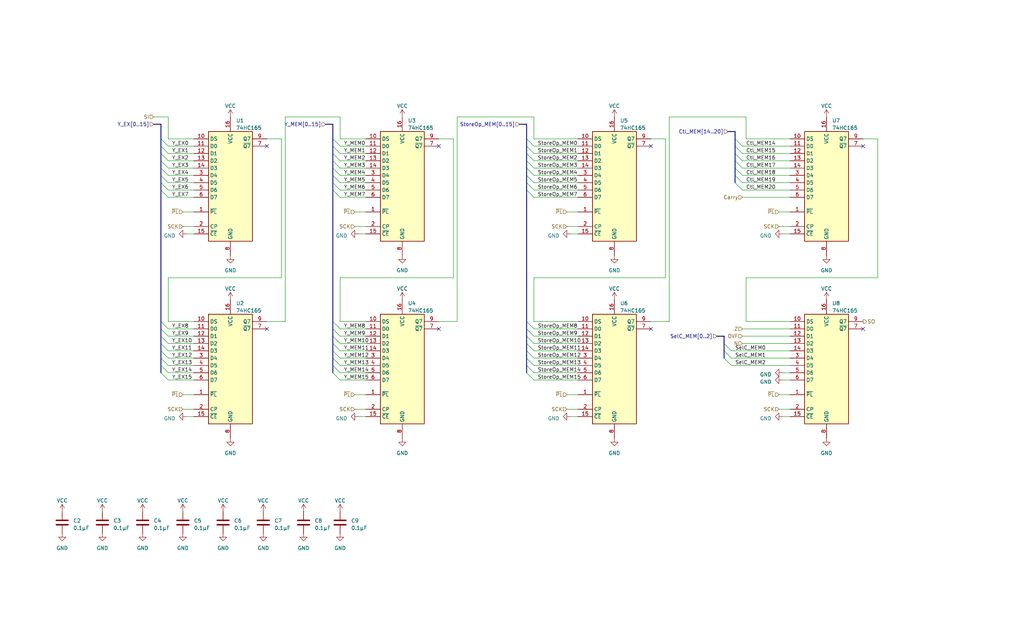
<source format=kicad_sch>
(kicad_sch (version 20250114) (generator "eeschema") (generator_version "9.0")
  (paper "USLegal")
  (title_block (date "2023-03-25") (rev "A"))
  (lib_symbols
    (symbol "74xx:74HC165"
      (property "Reference" "U" (at -7.62 19.05 0))
      (property "Value" "74HC165" (at -7.62 -21.59 0))
      (symbol "74HC165_1_0"
        (pin input line (at -12.7 15.24 0) (length 5.08) (name "DS") (number "10"))
        (pin input line (at -12.7 12.7 0) (length 5.08) (name "D0") (number "11"))
        (pin input line (at -12.7 10.16 0) (length 5.08) (name "D1") (number "12"))
        (pin input line (at -12.7 7.62 0) (length 5.08) (name "D2") (number "13"))
        (pin input line (at -12.7 5.08 0) (length 5.08) (name "D3") (number "14"))
        (pin input line (at -12.7 2.54 0) (length 5.08) (name "D4") (number "3"))
        (pin input line (at -12.7 0 0) (length 5.08) (name "D5") (number "4"))
        (pin input line (at -12.7 -2.54 0) (length 5.08) (name "D6") (number "5"))
        (pin input line (at -12.7 -5.08 0) (length 5.08) (name "D7") (number "6"))
        (pin input line (at -12.7 -10.16 0) (length 5.08) (name "~{PL}") (number "1"))
        (pin input line (at -12.7 -15.24 0) (length 5.08) (name "CP") (number "2"))
        (pin input line (at -12.7 -17.78 0) (length 5.08) (name "~{CE}") (number "15"))
        (pin power_in line (at 0 22.86 270) (length 5.08) (name "VCC") (number "16"))
        (pin power_in line (at 0 -25.4 90) (length 5.08) (name "GND") (number "8"))
        (pin output line (at 12.7 15.24 180) (length 5.08) (name "Q7") (number "9"))
        (pin output line (at 12.7 12.7 180) (length 5.08) (name "~{Q7}") (number "7"))
      )
      (symbol "74HC165_1_1"
        (rectangle (start -7.62 17.78) (end 7.62 -20.32) (stroke (width 0.254)) (fill (type background)))
      )
    )
    (symbol "Device:C" (pin_numbers (hide yes)) (pin_names (offset 0.254))
      (property "Reference" "C" (at 0.635 2.54 0))
      (property "Value" "C" (at 0.635 -2.54 0))
      (symbol "C_0_1"
        (polyline (pts (xy -2.032 0.762) (xy 2.032 0.762)) (stroke (width 0.508)))
        (polyline (pts (xy -2.032 -0.762) (xy 2.032 -0.762)) (stroke (width 0.508)))
      )
      (symbol "C_1_1"
        (pin passive line (at 0 3.81 270) (length 2.794) (name "~") (number "1"))
        (pin passive line (at 0 -3.81 90) (length 2.794) (name "~") (number "2"))
      )
    )
    (symbol "power:GND" (power) (pin_names (offset 0))
      (property "Value" "GND" (at 0 -3.81 0))
      (symbol "GND_0_1"
        (polyline (pts (xy 0 0) (xy 0 -1.27) (xy 1.27 -1.27) (xy 0 -2.54) (xy -1.27 -1.27) (xy 0 -1.27)))
      )
      (symbol "GND_1_1"
        (pin power_in line (at 0 0 270) (length 0) (hide yes) (name "GND") (number "1"))
      )
    )
    (symbol "power:VCC" (power) (pin_names (offset 0))
      (property "Value" "VCC" (at 0 3.81 0))
      (symbol "VCC_0_1"
        (polyline (pts (xy -0.762 1.27) (xy 0 2.54)))
        (polyline (pts (xy 0 2.54) (xy 0.762 1.27)))
        (polyline (pts (xy 0 0) (xy 0 2.54)))
      )
      (symbol "VCC_1_1"
        (pin power_in line (at 0 0 90) (length 0) (hide yes) (name "VCC") (number "1"))
      )
    )
  )
  (no_connect (at 299.72 114.3))
  (no_connect (at 226.06 114.3))
  (no_connect (at 152.4 50.8))
  (no_connect (at 226.06 50.8))
  (no_connect (at 299.72 50.8))
  (no_connect (at 92.71 114.3))
  (no_connect (at 92.71 50.8))
  (no_connect (at 152.4 114.3))
  (bus_entry (at 55.88 124.46) (size 2.54 2.54))
  (bus_entry (at 115.57 48.26) (size 2.54 2.54))
  (bus_entry (at 115.57 121.92) (size 2.54 2.54))
  (bus_entry (at 115.57 114.3) (size 2.54 2.54))
  (bus_entry (at 115.57 66.04) (size 2.54 2.54))
  (bus_entry (at 55.88 53.34) (size 2.54 2.54))
  (bus_entry (at 115.57 111.76) (size 2.54 2.54))
  (bus_entry (at 255.27 53.34) (size 2.54 2.54))
  (bus_entry (at 115.57 63.5) (size 2.54 2.54))
  (bus_entry (at 55.88 127) (size 2.54 2.54))
  (bus_entry (at 182.88 55.88) (size 2.54 2.54))
  (bus_entry (at 55.88 63.5) (size 2.54 2.54))
  (bus_entry (at 251.46 121.92) (size 2.54 2.54))
  (bus_entry (at 255.27 60.96) (size 2.54 2.54))
  (bus_entry (at 115.57 55.88) (size 2.54 2.54))
  (bus_entry (at 182.88 111.76) (size 2.54 2.54))
  (bus_entry (at 55.88 48.26) (size 2.54 2.54))
  (bus_entry (at 115.57 127) (size 2.54 2.54))
  (bus_entry (at 182.88 119.38) (size 2.54 2.54))
  (bus_entry (at 182.88 50.8) (size 2.54 2.54))
  (bus_entry (at 182.88 53.34) (size 2.54 2.54))
  (bus_entry (at 55.88 116.84) (size 2.54 2.54))
  (bus_entry (at 55.88 60.96) (size 2.54 2.54))
  (bus_entry (at 182.88 129.54) (size 2.54 2.54))
  (bus_entry (at 255.27 50.8) (size 2.54 2.54))
  (bus_entry (at 255.27 63.5) (size 2.54 2.54))
  (bus_entry (at 115.57 116.84) (size 2.54 2.54))
  (bus_entry (at 182.88 114.3) (size 2.54 2.54))
  (bus_entry (at 55.88 114.3) (size 2.54 2.54))
  (bus_entry (at 255.27 48.26) (size 2.54 2.54))
  (bus_entry (at 55.88 121.92) (size 2.54 2.54))
  (bus_entry (at 55.88 111.76) (size 2.54 2.54))
  (bus_entry (at 115.57 124.46) (size 2.54 2.54))
  (bus_entry (at 251.46 119.38) (size 2.54 2.54))
  (bus_entry (at 182.88 66.04) (size 2.54 2.54))
  (bus_entry (at 182.88 116.84) (size 2.54 2.54))
  (bus_entry (at 182.88 60.96) (size 2.54 2.54))
  (bus_entry (at 115.57 119.38) (size 2.54 2.54))
  (bus_entry (at 55.88 119.38) (size 2.54 2.54))
  (bus_entry (at 255.27 58.42) (size 2.54 2.54))
  (bus_entry (at 255.27 55.88) (size 2.54 2.54))
  (bus_entry (at 55.88 58.42) (size 2.54 2.54))
  (bus_entry (at 182.88 48.26) (size 2.54 2.54))
  (bus_entry (at 55.88 129.54) (size 2.54 2.54))
  (bus_entry (at 55.88 50.8) (size 2.54 2.54))
  (bus_entry (at 115.57 50.8) (size 2.54 2.54))
  (bus_entry (at 115.57 58.42) (size 2.54 2.54))
  (bus_entry (at 182.88 127) (size 2.54 2.54))
  (bus_entry (at 251.46 124.46) (size 2.54 2.54))
  (bus_entry (at 115.57 129.54) (size 2.54 2.54))
  (bus_entry (at 182.88 63.5) (size 2.54 2.54))
  (bus_entry (at 182.88 58.42) (size 2.54 2.54))
  (bus_entry (at 115.57 60.96) (size 2.54 2.54))
  (bus_entry (at 115.57 53.34) (size 2.54 2.54))
  (bus_entry (at 55.88 55.88) (size 2.54 2.54))
  (bus_entry (at 55.88 66.04) (size 2.54 2.54))
  (bus_entry (at 182.88 124.46) (size 2.54 2.54))
  (bus_entry (at 182.88 121.92) (size 2.54 2.54))
  (bus (pts (xy 55.88 48.26) (xy 55.88 50.8)))
  (bus (pts (xy 182.88 124.46) (xy 182.88 127)))
  (bus (pts (xy 182.88 48.26) (xy 182.88 50.8)))
  (wire (pts (xy 118.11 119.38) (xy 127 119.38)))
  (wire (pts (xy 118.11 55.88) (xy 127 55.88)))
  (wire (pts (xy 271.78 129.54) (xy 274.32 129.54)))
  (bus (pts (xy 55.88 50.8) (xy 55.88 53.34)))
  (bus (pts (xy 182.88 60.96) (xy 182.88 63.5)))
  (wire (pts (xy 185.42 114.3) (xy 200.66 114.3)))
  (bus (pts (xy 55.88 127) (xy 55.88 129.54)))
  (wire (pts (xy 185.42 119.38) (xy 200.66 119.38)))
  (wire (pts (xy 185.42 66.04) (xy 200.66 66.04)))
  (wire (pts (xy 118.11 132.08) (xy 127 132.08)))
  (bus (pts (xy 115.57 60.96) (xy 115.57 63.5)))
  (wire (pts (xy 64.77 144.78) (xy 67.31 144.78)))
  (bus (pts (xy 55.88 114.3) (xy 55.88 116.84)))
  (bus (pts (xy 55.88 124.46) (xy 55.88 127)))
  (wire (pts (xy 63.5 142.24) (xy 67.31 142.24)))
  (bus (pts (xy 182.88 116.84) (xy 182.88 119.38)))
  (wire (pts (xy 58.42 50.8) (xy 67.31 50.8)))
  (wire (pts (xy 118.11 96.52) (xy 118.11 111.76)))
  (wire (pts (xy 185.42 58.42) (xy 200.66 58.42)))
  (wire (pts (xy 270.51 142.24) (xy 274.32 142.24)))
  (wire (pts (xy 58.42 48.26) (xy 67.31 48.26)))
  (wire (pts (xy 259.08 111.76) (xy 274.32 111.76)))
  (wire (pts (xy 270.51 78.74) (xy 274.32 78.74)))
  (bus (pts (xy 55.88 121.92) (xy 55.88 124.46)))
  (bus (pts (xy 55.88 58.42) (xy 55.88 60.96)))
  (wire (pts (xy 58.42 132.08) (xy 67.31 132.08)))
  (bus (pts (xy 255.27 55.88) (xy 255.27 58.42)))
  (bus (pts (xy 55.88 66.04) (xy 55.88 111.76)))
  (bus (pts (xy 182.88 63.5) (xy 182.88 66.04)))
  (wire (pts (xy 63.5 137.16) (xy 67.31 137.16)))
  (bus (pts (xy 115.57 58.42) (xy 115.57 60.96)))
  (wire (pts (xy 257.81 55.88) (xy 274.32 55.88)))
  (wire (pts (xy 185.42 129.54) (xy 200.66 129.54)))
  (wire (pts (xy 198.12 144.78) (xy 200.66 144.78)))
  (wire (pts (xy 226.06 48.26) (xy 231.14 48.26)))
  (wire (pts (xy 58.42 96.52) (xy 58.42 111.76)))
  (bus (pts (xy 251.46 121.92) (xy 251.46 124.46)))
  (wire (pts (xy 231.14 96.52) (xy 185.42 96.52)))
  (bus (pts (xy 115.57 53.34) (xy 115.57 55.88)))
  (bus (pts (xy 255.27 50.8) (xy 255.27 53.34)))
  (wire (pts (xy 257.81 63.5) (xy 274.32 63.5)))
  (wire (pts (xy 196.85 142.24) (xy 200.66 142.24)))
  (bus (pts (xy 115.57 121.92) (xy 115.57 124.46)))
  (bus (pts (xy 248.92 116.84) (xy 251.46 116.84)))
  (wire (pts (xy 58.42 116.84) (xy 67.31 116.84)))
  (wire (pts (xy 157.48 96.52) (xy 118.11 96.52)))
  (wire (pts (xy 232.41 40.64) (xy 259.08 40.64)))
  (bus (pts (xy 182.88 111.76) (xy 182.88 114.3)))
  (bus (pts (xy 115.57 116.84) (xy 115.57 119.38)))
  (wire (pts (xy 58.42 40.64) (xy 58.42 48.26)))
  (bus (pts (xy 251.46 119.38) (xy 251.46 121.92)))
  (bus (pts (xy 182.88 114.3) (xy 182.88 116.84)))
  (wire (pts (xy 257.81 60.96) (xy 274.32 60.96)))
  (wire (pts (xy 127 48.26) (xy 118.11 48.26)))
  (wire (pts (xy 152.4 48.26) (xy 157.48 48.26)))
  (wire (pts (xy 185.42 53.34) (xy 200.66 53.34)))
  (wire (pts (xy 118.11 127) (xy 127 127)))
  (wire (pts (xy 196.85 78.74) (xy 200.66 78.74)))
  (wire (pts (xy 118.11 114.3) (xy 127 114.3)))
  (wire (pts (xy 185.42 127) (xy 200.66 127)))
  (wire (pts (xy 254 124.46) (xy 274.32 124.46)))
  (bus (pts (xy 251.46 116.84) (xy 251.46 119.38)))
  (wire (pts (xy 53.34 40.64) (xy 58.42 40.64)))
  (bus (pts (xy 115.57 119.38) (xy 115.57 121.92)))
  (wire (pts (xy 271.78 81.28) (xy 274.32 81.28)))
  (bus (pts (xy 55.88 43.18) (xy 55.88 48.26)))
  (bus (pts (xy 182.88 121.92) (xy 182.88 124.46)))
  (wire (pts (xy 118.11 48.26) (xy 118.11 40.64)))
  (wire (pts (xy 99.06 40.64) (xy 99.06 111.76)))
  (wire (pts (xy 259.08 96.52) (xy 259.08 111.76)))
  (wire (pts (xy 185.42 96.52) (xy 185.42 111.76)))
  (wire (pts (xy 257.81 119.38) (xy 274.32 119.38)))
  (wire (pts (xy 257.81 53.34) (xy 274.32 53.34)))
  (wire (pts (xy 58.42 60.96) (xy 67.31 60.96)))
  (wire (pts (xy 185.42 63.5) (xy 200.66 63.5)))
  (wire (pts (xy 270.51 137.16) (xy 274.32 137.16)))
  (bus (pts (xy 55.88 111.76) (xy 55.88 114.3)))
  (wire (pts (xy 118.11 63.5) (xy 127 63.5)))
  (wire (pts (xy 232.41 111.76) (xy 232.41 40.64)))
  (wire (pts (xy 257.81 66.04) (xy 274.32 66.04)))
  (wire (pts (xy 99.06 111.76) (xy 92.71 111.76)))
  (wire (pts (xy 63.5 78.74) (xy 67.31 78.74)))
  (bus (pts (xy 182.88 50.8) (xy 182.88 53.34)))
  (bus (pts (xy 115.57 127) (xy 115.57 129.54)))
  (bus (pts (xy 252.73 45.72) (xy 255.27 45.72)))
  (wire (pts (xy 196.85 73.66) (xy 200.66 73.66)))
  (wire (pts (xy 58.42 53.34) (xy 67.31 53.34)))
  (wire (pts (xy 185.42 111.76) (xy 200.66 111.76)))
  (wire (pts (xy 271.78 144.78) (xy 274.32 144.78)))
  (wire (pts (xy 58.42 124.46) (xy 67.31 124.46)))
  (wire (pts (xy 185.42 121.92) (xy 200.66 121.92)))
  (wire (pts (xy 123.19 73.66) (xy 127 73.66)))
  (bus (pts (xy 55.88 63.5) (xy 55.88 66.04)))
  (wire (pts (xy 64.77 81.28) (xy 67.31 81.28)))
  (bus (pts (xy 255.27 60.96) (xy 255.27 63.5)))
  (wire (pts (xy 58.42 114.3) (xy 67.31 114.3)))
  (bus (pts (xy 255.27 48.26) (xy 255.27 50.8)))
  (wire (pts (xy 185.42 132.08) (xy 200.66 132.08)))
  (wire (pts (xy 118.11 60.96) (xy 127 60.96)))
  (wire (pts (xy 185.42 55.88) (xy 200.66 55.88)))
  (wire (pts (xy 118.11 53.34) (xy 127 53.34)))
  (bus (pts (xy 255.27 45.72) (xy 255.27 48.26)))
  (wire (pts (xy 226.06 111.76) (xy 232.41 111.76)))
  (wire (pts (xy 58.42 129.54) (xy 67.31 129.54)))
  (wire (pts (xy 185.42 50.8) (xy 200.66 50.8)))
  (wire (pts (xy 92.71 48.26) (xy 97.79 48.26)))
  (wire (pts (xy 257.81 114.3) (xy 274.32 114.3)))
  (wire (pts (xy 118.11 124.46) (xy 127 124.46)))
  (wire (pts (xy 271.78 132.08) (xy 274.32 132.08)))
  (wire (pts (xy 97.79 96.52) (xy 58.42 96.52)))
  (wire (pts (xy 118.11 66.04) (xy 127 66.04)))
  (wire (pts (xy 304.8 48.26) (xy 304.8 96.52)))
  (wire (pts (xy 185.42 116.84) (xy 200.66 116.84)))
  (bus (pts (xy 115.57 111.76) (xy 115.57 114.3)))
  (bus (pts (xy 182.88 66.04) (xy 182.88 111.76)))
  (wire (pts (xy 254 127) (xy 274.32 127)))
  (wire (pts (xy 152.4 111.76) (xy 158.75 111.76)))
  (bus (pts (xy 115.57 114.3) (xy 115.57 116.84)))
  (bus (pts (xy 255.27 53.34) (xy 255.27 55.88)))
  (bus (pts (xy 115.57 55.88) (xy 115.57 58.42)))
  (bus (pts (xy 182.88 43.18) (xy 182.88 48.26)))
  (wire (pts (xy 58.42 66.04) (xy 67.31 66.04)))
  (bus (pts (xy 55.88 119.38) (xy 55.88 121.92)))
  (wire (pts (xy 123.19 78.74) (xy 127 78.74)))
  (bus (pts (xy 55.88 116.84) (xy 55.88 119.38)))
  (wire (pts (xy 118.11 129.54) (xy 127 129.54)))
  (bus (pts (xy 182.88 127) (xy 182.88 129.54)))
  (wire (pts (xy 118.11 40.64) (xy 99.06 40.64)))
  (bus (pts (xy 53.34 43.18) (xy 55.88 43.18)))
  (wire (pts (xy 118.11 50.8) (xy 127 50.8)))
  (wire (pts (xy 58.42 121.92) (xy 67.31 121.92)))
  (wire (pts (xy 259.08 40.64) (xy 259.08 48.26)))
  (bus (pts (xy 113.03 43.18) (xy 115.57 43.18)))
  (wire (pts (xy 58.42 55.88) (xy 67.31 55.88)))
  (wire (pts (xy 58.42 68.58) (xy 67.31 68.58)))
  (bus (pts (xy 115.57 124.46) (xy 115.57 127)))
  (wire (pts (xy 259.08 48.26) (xy 274.32 48.26)))
  (wire (pts (xy 63.5 73.66) (xy 67.31 73.66)))
  (bus (pts (xy 180.34 43.18) (xy 182.88 43.18)))
  (wire (pts (xy 257.81 50.8) (xy 274.32 50.8)))
  (wire (pts (xy 58.42 63.5) (xy 67.31 63.5)))
  (wire (pts (xy 58.42 127) (xy 67.31 127)))
  (wire (pts (xy 157.48 48.26) (xy 157.48 96.52)))
  (wire (pts (xy 158.75 40.64) (xy 185.42 40.64)))
  (wire (pts (xy 118.11 68.58) (xy 127 68.58)))
  (wire (pts (xy 158.75 111.76) (xy 158.75 40.64)))
  (bus (pts (xy 55.88 53.34) (xy 55.88 55.88)))
  (wire (pts (xy 58.42 119.38) (xy 67.31 119.38)))
  (wire (pts (xy 257.81 68.58) (xy 274.32 68.58)))
  (wire (pts (xy 185.42 124.46) (xy 200.66 124.46)))
  (wire (pts (xy 257.81 58.42) (xy 274.32 58.42)))
  (wire (pts (xy 97.79 48.26) (xy 97.79 96.52)))
  (wire (pts (xy 231.14 48.26) (xy 231.14 96.52)))
  (bus (pts (xy 182.88 53.34) (xy 182.88 55.88)))
  (bus (pts (xy 182.88 55.88) (xy 182.88 58.42)))
  (wire (pts (xy 124.46 81.28) (xy 127 81.28)))
  (bus (pts (xy 115.57 48.26) (xy 115.57 50.8)))
  (wire (pts (xy 118.11 116.84) (xy 127 116.84)))
  (wire (pts (xy 185.42 40.64) (xy 185.42 48.26)))
  (bus (pts (xy 115.57 50.8) (xy 115.57 53.34)))
  (wire (pts (xy 198.12 81.28) (xy 200.66 81.28)))
  (wire (pts (xy 124.46 144.78) (xy 127 144.78)))
  (bus (pts (xy 115.57 66.04) (xy 115.57 111.76)))
  (wire (pts (xy 123.19 137.16) (xy 127 137.16)))
  (wire (pts (xy 58.42 111.76) (xy 67.31 111.76)))
  (bus (pts (xy 182.88 58.42) (xy 182.88 60.96)))
  (wire (pts (xy 185.42 68.58) (xy 200.66 68.58)))
  (wire (pts (xy 196.85 137.16) (xy 200.66 137.16)))
  (wire (pts (xy 118.11 111.76) (xy 127 111.76)))
  (wire (pts (xy 118.11 121.92) (xy 127 121.92)))
  (wire (pts (xy 58.42 58.42) (xy 67.31 58.42)))
  (wire (pts (xy 257.81 116.84) (xy 274.32 116.84)))
  (bus (pts (xy 115.57 43.18) (xy 115.57 48.26)))
  (wire (pts (xy 299.72 48.26) (xy 304.8 48.26)))
  (bus (pts (xy 115.57 63.5) (xy 115.57 66.04)))
  (bus (pts (xy 55.88 55.88) (xy 55.88 58.42)))
  (wire (pts (xy 185.42 60.96) (xy 200.66 60.96)))
  (wire (pts (xy 185.42 48.26) (xy 200.66 48.26)))
  (bus (pts (xy 55.88 60.96) (xy 55.88 63.5)))
  (wire (pts (xy 270.51 73.66) (xy 274.32 73.66)))
  (wire (pts (xy 118.11 58.42) (xy 127 58.42)))
  (bus (pts (xy 182.88 119.38) (xy 182.88 121.92)))
  (bus (pts (xy 255.27 58.42) (xy 255.27 60.96)))
  (wire (pts (xy 304.8 96.52) (xy 259.08 96.52)))
  (wire (pts (xy 123.19 142.24) (xy 127 142.24)))
  (wire (pts (xy 254 121.92) (xy 274.32 121.92)))
  (label "SelC_MEM2" (at 255.27 127 0))
  (label "StoreOp_MEM7" (at 186.69 68.58 0))
  (label "Y_MEM10" (at 119.38 119.38 0))
  (label "Y_MEM15" (at 119.38 132.08 0))
  (label "StoreOp_MEM5" (at 186.69 63.5 0))
  (label "StoreOp_MEM4" (at 186.69 60.96 0))
  (label "Ctl_MEM15" (at 259.08 53.34 0))
  (label "Ctl_MEM20" (at 259.08 66.04 0))
  (label "Y_EX3" (at 59.69 58.42 0))
  (label "StoreOp_MEM3" (at 186.69 58.42 0))
  (label "Y_MEM9" (at 119.38 116.84 0))
  (label "StoreOp_MEM0" (at 186.69 50.8 0))
  (label "Y_EX0" (at 59.69 50.8 0))
  (label "Y_MEM4" (at 119.38 60.96 0))
  (label "StoreOp_MEM12" (at 186.69 124.46 0))
  (label "StoreOp_MEM15" (at 186.69 132.08 0))
  (label "Ctl_MEM19" (at 259.08 63.5 0))
  (label "SelC_MEM1" (at 255.27 124.46 0))
  (label "Y_EX1" (at 59.69 53.34 0))
  (label "StoreOp_MEM11" (at 186.69 121.92 0))
  (label "Y_MEM14" (at 119.38 129.54 0))
  (label "Y_MEM7" (at 119.38 68.58 0))
  (label "Ctl_MEM16" (at 259.08 55.88 0))
  (label "Y_EX6" (at 59.69 66.04 0))
  (label "Y_MEM12" (at 119.38 124.46 0))
  (label "Y_MEM2" (at 119.38 55.88 0))
  (label "Y_EX8" (at 59.69 114.3 0))
  (label "Y_EX10" (at 59.69 119.38 0))
  (label "Y_MEM0" (at 119.38 50.8 0))
  (label "Y_MEM6" (at 119.38 66.04 0))
  (label "Y_MEM11" (at 119.38 121.92 0))
  (label "StoreOp_MEM8" (at 186.69 114.3 0))
  (label "Ctl_MEM14" (at 259.08 50.8 0))
  (label "Y_MEM5" (at 119.38 63.5 0))
  (label "Y_EX14" (at 59.69 129.54 0))
  (label "Y_EX13" (at 59.69 127 0))
  (label "StoreOp_MEM9" (at 186.69 116.84 0))
  (label "Y_MEM3" (at 119.38 58.42 0))
  (label "Y_MEM1" (at 119.38 53.34 0))
  (label "Y_EX2" (at 59.69 55.88 0))
  (label "Y_EX5" (at 59.69 63.5 0))
  (label "Y_MEM8" (at 119.38 114.3 0))
  (label "Y_EX4" (at 59.69 60.96 0))
  (label "Ctl_MEM18" (at 259.08 60.96 0))
  (label "Y_EX12" (at 59.69 124.46 0))
  (label "Y_EX7" (at 59.69 68.58 0))
  (label "Y_MEM13" (at 119.38 127 0))
  (label "Y_EX9" (at 59.69 116.84 0))
  (label "StoreOp_MEM1" (at 186.69 53.34 0))
  (label "StoreOp_MEM2" (at 186.69 55.88 0))
  (label "Y_EX11" (at 59.69 121.92 0))
  (label "StoreOp_MEM14" (at 186.69 129.54 0))
  (label "StoreOp_MEM6" (at 186.69 66.04 0))
  (label "SelC_MEM0" (at 255.27 121.92 0))
  (label "Y_EX15" (at 59.69 132.08 0))
  (label "StoreOp_MEM10" (at 186.69 119.38 0))
  (label "StoreOp_MEM13" (at 186.69 127 0))
  (label "Ctl_MEM17" (at 259.08 58.42 0))
  (hierarchical_label "SCK" (shape input) (at 196.85 78.74 180))
  (hierarchical_label "Z" (shape input) (at 257.81 114.3 180))
  (hierarchical_label "Ctl_MEM[14..20]" (shape input) (at 252.73 45.72 180))
  (hierarchical_label "SCK" (shape input) (at 123.19 142.24 180))
  (hierarchical_label "~{PL}" (shape input) (at 196.85 137.16 180))
  (hierarchical_label "~{PL}" (shape input) (at 123.19 73.66 180))
  (hierarchical_label "Y_MEM[0..15]" (shape input) (at 113.03 43.18 180))
  (hierarchical_label "SelC_MEM[0..2]" (shape input) (at 248.92 116.84 180))
  (hierarchical_label "~{PL}" (shape input) (at 63.5 137.16 180))
  (hierarchical_label "~{PL}" (shape input) (at 270.51 137.16 180))
  (hierarchical_label "SCK" (shape input) (at 123.19 78.74 180))
  (hierarchical_label "~{PL}" (shape input) (at 270.51 73.66 180))
  (hierarchical_label "SCK" (shape input) (at 270.51 78.74 180))
  (hierarchical_label "~{PL}" (shape input) (at 123.19 137.16 180))
  (hierarchical_label "SCK" (shape input) (at 270.51 142.24 180))
  (hierarchical_label "~{PL}" (shape input) (at 63.5 73.66 180))
  (hierarchical_label "SCK" (shape input) (at 63.5 78.74 180))
  (hierarchical_label "Y_EX[0..15]" (shape input) (at 53.34 43.18 180))
  (hierarchical_label "~{PL}" (shape input) (at 196.85 73.66 180))
  (hierarchical_label "OVF" (shape input) (at 257.81 116.84 180))
  (hierarchical_label "SCK" (shape input) (at 63.5 142.24 180))
  (hierarchical_label "N" (shape input) (at 257.81 119.38 180))
  (hierarchical_label "StoreOp_MEM[0..15]" (shape input) (at 180.34 43.18 180))
  (hierarchical_label "Carry" (shape input) (at 257.81 68.58 180))
  (hierarchical_label "SCK" (shape input) (at 196.85 142.24 180))
  (hierarchical_label "SO" (shape output) (at 299.72 111.76 0))
  (hierarchical_label "SI" (shape input) (at 53.34 40.64 180))
  (symbol (lib_id "power:VCC") (at 287.02 104.14 0) (unit 1)
    (property "Reference" "#PWR051" (effects (hide yes)))
    (property "Value" "VCC" (at 287.02 100.33 0))
  )
  (symbol (lib_id "power:GND") (at 35.56 185.42 0) (unit 1)
    (property "Reference" "#PWR014" (effects (hide yes)))
    (property "Value" "GND" (at 35.56 190.5 0))
  )
  (symbol (lib_id "power:VCC") (at 80.01 104.14 0) (unit 1)
    (property "Reference" "#PWR025" (effects (hide yes)))
    (property "Value" "VCC" (at 80.01 100.33 0))
  )
  (symbol (lib_id "power:VCC") (at 91.44 177.8 0) (unit 1)
    (property "Reference" "#PWR027" (effects (hide yes)))
    (property "Value" "VCC" (at 91.44 173.99 0))
  )
  (symbol (lib_id "74xx:74HC165") (at 213.36 127 0) (unit 1)
    (property "Reference" "U6" (at 215.3159 105.41 0) (effects (justify left)))
    (property "Value" "74HC165" (at 215.3159 107.95 0) (effects (justify left)))
    (property "Footprint" "Package_SO:TSSOP-16_4.4x5mm_P0.65mm" (effects (hide yes)))
    (property "Datasheet" "https://assets.nexperia.com/documents/data-sheet/74HC_HCT165.pdf" (effects (hide yes)))
  )
  (symbol (lib_id "power:GND") (at 21.59 185.42 0) (unit 1)
    (property "Reference" "#PWR012" (effects (hide yes)))
    (property "Value" "GND" (at 21.59 190.5 0))
  )
  (symbol (lib_id "power:GND") (at 198.12 144.78 270) (unit 1)
    (property "Reference" "#PWR040" (effects (hide yes)))
    (property "Value" "GND" (at 194.31 145.415 90) (effects (justify right)))
  )
  (symbol (lib_id "power:VCC") (at 118.11 177.8 0) (unit 1)
    (property "Reference" "#PWR031" (effects (hide yes)))
    (property "Value" "VCC" (at 118.11 173.99 0))
  )
  (symbol (lib_id "power:VCC") (at 213.36 40.64 0) (unit 1)
    (property "Reference" "#PWR041" (effects (hide yes)))
    (property "Value" "VCC" (at 213.36 36.83 0))
  )
  (symbol (lib_id "power:GND") (at 64.77 144.78 270) (unit 1)
    (property "Reference" "#PWR020" (effects (hide yes)))
    (property "Value" "GND" (at 60.96 145.415 90) (effects (justify right)))
  )
  (symbol (lib_id "74xx:74HC165") (at 287.02 63.5 0) (unit 1)
    (property "Reference" "U7" (at 288.9759 41.91 0) (effects (justify left)))
    (property "Value" "74HC165" (at 288.9759 44.45 0) (effects (justify left)))
    (property "Footprint" "Package_SO:TSSOP-16_4.4x5mm_P0.65mm" (effects (hide yes)))
    (property "Datasheet" "https://assets.nexperia.com/documents/data-sheet/74HC_HCT165.pdf" (effects (hide yes)))
  )
  (symbol (lib_id "power:VCC") (at 21.59 177.8 0) (unit 1)
    (property "Reference" "#PWR011" (effects (hide yes)))
    (property "Value" "VCC" (at 21.59 173.99 0))
  )
  (symbol (lib_id "Device:C") (at 63.5 181.61 0) (unit 1)
    (property "Reference" "C5" (at 67.31 180.975 0) (effects (justify left)))
    (property "Value" "0.1µF" (at 67.31 183.515 0) (effects (justify left)))
    (property "Footprint" "Capacitor_SMD:C_0603_1608Metric" (effects (hide yes)))
    (property "Mouser" "https://www.mouser.com/ProductDetail/963-EMK107B7104KAHT" (effects (hide yes)))
  )
  (symbol (lib_id "Device:C") (at 77.47 181.61 0) (unit 1)
    (property "Reference" "C6" (at 81.28 180.975 0) (effects (justify left)))
    (property "Value" "0.1µF" (at 81.28 183.515 0) (effects (justify left)))
    (property "Footprint" "Capacitor_SMD:C_0603_1608Metric" (effects (hide yes)))
    (property "Mouser" "https://www.mouser.com/ProductDetail/963-EMK107B7104KAHT" (effects (hide yes)))
  )
  (symbol (lib_id "power:GND") (at 64.77 81.28 270) (unit 1)
    (property "Reference" "#PWR019" (effects (hide yes)))
    (property "Value" "GND" (at 60.96 81.915 90) (effects (justify right)))
  )
  (symbol (lib_id "power:VCC") (at 139.7 40.64 0) (unit 1)
    (property "Reference" "#PWR035" (effects (hide yes)))
    (property "Value" "VCC" (at 139.7 36.83 0))
  )
  (symbol (lib_id "Device:C") (at 35.56 181.61 0) (unit 1)
    (property "Reference" "C3" (at 39.37 180.975 0) (effects (justify left)))
    (property "Value" "0.1µF" (at 39.37 183.515 0) (effects (justify left)))
    (property "Footprint" "Capacitor_SMD:C_0603_1608Metric" (effects (hide yes)))
    (property "Mouser" "https://www.mouser.com/ProductDetail/963-EMK107B7104KAHT" (effects (hide yes)))
  )
  (symbol (lib_id "power:GND") (at 271.78 81.28 270) (unit 1)
    (property "Reference" "#PWR045" (effects (hide yes)))
    (property "Value" "GND" (at 267.97 81.915 90) (effects (justify right)))
  )
  (symbol (lib_id "74xx:74HC165") (at 287.02 127 0) (unit 1)
    (property "Reference" "U8" (at 288.9759 105.41 0) (effects (justify left)))
    (property "Value" "74HC165" (at 288.9759 107.95 0) (effects (justify left)))
    (property "Footprint" "Package_SO:TSSOP-16_4.4x5mm_P0.65mm" (effects (hide yes)))
    (property "Datasheet" "https://assets.nexperia.com/documents/data-sheet/74HC_HCT165.pdf" (effects (hide yes)))
  )
  (symbol (lib_id "power:VCC") (at 287.02 40.64 0) (unit 1)
    (property "Reference" "#PWR049" (effects (hide yes)))
    (property "Value" "VCC" (at 287.02 36.83 0))
  )
  (symbol (lib_id "power:GND") (at 139.7 88.9 0) (unit 1)
    (property "Reference" "#PWR036" (effects (hide yes)))
    (property "Value" "GND" (at 139.7 93.98 0))
  )
  (symbol (lib_id "power:GND") (at 91.44 185.42 0) (unit 1)
    (property "Reference" "#PWR028" (effects (hide yes)))
    (property "Value" "GND" (at 91.44 190.5 0))
  )
  (symbol (lib_id "power:GND") (at 271.78 129.54 270) (unit 1)
    (property "Reference" "#PWR046" (effects (hide yes)))
    (property "Value" "GND" (at 267.97 130.175 90) (effects (justify right)))
  )
  (symbol (lib_id "power:GND") (at 213.36 152.4 0) (unit 1)
    (property "Reference" "#PWR044" (effects (hide yes)))
    (property "Value" "GND" (at 213.36 157.48 0))
  )
  (symbol (lib_id "power:GND") (at 49.53 185.42 0) (unit 1)
    (property "Reference" "#PWR016" (effects (hide yes)))
    (property "Value" "GND" (at 49.53 190.5 0))
  )
  (symbol (lib_id "Device:C") (at 91.44 181.61 0) (unit 1)
    (property "Reference" "C7" (at 95.25 180.975 0) (effects (justify left)))
    (property "Value" "0.1µF" (at 95.25 183.515 0) (effects (justify left)))
    (property "Footprint" "Capacitor_SMD:C_0603_1608Metric" (effects (hide yes)))
    (property "Mouser" "https://www.mouser.com/ProductDetail/963-EMK107B7104KAHT" (effects (hide yes)))
  )
  (symbol (lib_id "power:GND") (at 287.02 152.4 0) (unit 1)
    (property "Reference" "#PWR052" (effects (hide yes)))
    (property "Value" "GND" (at 287.02 157.48 0))
  )
  (symbol (lib_id "power:GND") (at 118.11 185.42 0) (unit 1)
    (property "Reference" "#PWR032" (effects (hide yes)))
    (property "Value" "GND" (at 118.11 190.5 0))
  )
  (symbol (lib_id "power:GND") (at 139.7 152.4 0) (unit 1)
    (property "Reference" "#PWR038" (effects (hide yes)))
    (property "Value" "GND" (at 139.7 157.48 0))
  )
  (symbol (lib_id "power:VCC") (at 49.53 177.8 0) (unit 1)
    (property "Reference" "#PWR015" (effects (hide yes)))
    (property "Value" "VCC" (at 49.53 173.99 0))
  )
  (symbol (lib_id "power:GND") (at 80.01 152.4 0) (unit 1)
    (property "Reference" "#PWR026" (effects (hide yes)))
    (property "Value" "GND" (at 80.01 157.48 0))
  )
  (symbol (lib_id "power:GND") (at 213.36 88.9 0) (unit 1)
    (property "Reference" "#PWR042" (effects (hide yes)))
    (property "Value" "GND" (at 213.36 93.98 0))
  )
  (symbol (lib_id "power:VCC") (at 77.47 177.8 0) (unit 1)
    (property "Reference" "#PWR021" (effects (hide yes)))
    (property "Value" "VCC" (at 77.47 173.99 0))
  )
  (symbol (lib_id "power:VCC") (at 213.36 104.14 0) (unit 1)
    (property "Reference" "#PWR043" (effects (hide yes)))
    (property "Value" "VCC" (at 213.36 100.33 0))
  )
  (symbol (lib_id "74xx:74HC165") (at 213.36 63.5 0) (unit 1)
    (property "Reference" "U5" (at 215.3159 41.91 0) (effects (justify left)))
    (property "Value" "74HC165" (at 215.3159 44.45 0) (effects (justify left)))
    (property "Footprint" "Package_SO:TSSOP-16_4.4x5mm_P0.65mm" (effects (hide yes)))
    (property "Datasheet" "https://assets.nexperia.com/documents/data-sheet/74HC_HCT165.pdf" (effects (hide yes)))
  )
  (symbol (lib_id "power:GND") (at 124.46 81.28 270) (unit 1)
    (property "Reference" "#PWR033" (effects (hide yes)))
    (property "Value" "GND" (at 120.65 81.915 90) (effects (justify right)))
  )
  (symbol (lib_id "74xx:74HC165") (at 139.7 127 0) (unit 1)
    (property "Reference" "U4" (at 141.6559 105.41 0) (effects (justify left)))
    (property "Value" "74HC165" (at 141.6559 107.95 0) (effects (justify left)))
    (property "Footprint" "Package_SO:TSSOP-16_4.4x5mm_P0.65mm" (effects (hide yes)))
    (property "Datasheet" "https://assets.nexperia.com/documents/data-sheet/74HC_HCT165.pdf" (effects (hide yes)))
  )
  (symbol (lib_id "74xx:74HC165") (at 139.7 63.5 0) (unit 1)
    (property "Reference" "U3" (at 141.6559 41.91 0) (effects (justify left)))
    (property "Value" "74HC165" (at 141.6559 44.45 0) (effects (justify left)))
    (property "Footprint" "Package_SO:TSSOP-16_4.4x5mm_P0.65mm" (effects (hide yes)))
    (property "Datasheet" "https://assets.nexperia.com/documents/data-sheet/74HC_HCT165.pdf" (effects (hide yes)))
  )
  (symbol (lib_id "74xx:74HC165") (at 80.01 63.5 0) (unit 1)
    (property "Reference" "U1" (at 81.9659 41.91 0) (effects (justify left)))
    (property "Value" "74HC165" (at 81.9659 44.45 0) (effects (justify left)))
    (property "Footprint" "Package_SO:TSSOP-16_4.4x5mm_P0.65mm" (effects (hide yes)))
    (property "Datasheet" "https://assets.nexperia.com/documents/data-sheet/74HC_HCT165.pdf" (effects (hide yes)))
  )
  (symbol (lib_id "power:GND") (at 77.47 185.42 0) (unit 1)
    (property "Reference" "#PWR022" (effects (hide yes)))
    (property "Value" "GND" (at 77.47 190.5 0))
  )
  (symbol (lib_id "power:VCC") (at 105.41 177.8 0) (unit 1)
    (property "Reference" "#PWR029" (effects (hide yes)))
    (property "Value" "VCC" (at 105.41 173.99 0))
  )
  (symbol (lib_id "power:GND") (at 287.02 88.9 0) (unit 1)
    (property "Reference" "#PWR050" (effects (hide yes)))
    (property "Value" "GND" (at 287.02 93.98 0))
  )
  (symbol (lib_id "power:GND") (at 63.5 185.42 0) (unit 1)
    (property "Reference" "#PWR018" (effects (hide yes)))
    (property "Value" "GND" (at 63.5 190.5 0))
  )
  (symbol (lib_id "Device:C") (at 49.53 181.61 0) (unit 1)
    (property "Reference" "C4" (at 53.34 180.975 0) (effects (justify left)))
    (property "Value" "0.1µF" (at 53.34 183.515 0) (effects (justify left)))
    (property "Footprint" "Capacitor_SMD:C_0603_1608Metric" (effects (hide yes)))
    (property "Mouser" "https://www.mouser.com/ProductDetail/963-EMK107B7104KAHT" (effects (hide yes)))
  )
  (symbol (lib_id "power:GND") (at 124.46 144.78 270) (unit 1)
    (property "Reference" "#PWR034" (effects (hide yes)))
    (property "Value" "GND" (at 120.65 145.415 90) (effects (justify right)))
  )
  (symbol (lib_id "Device:C") (at 21.59 181.61 0) (unit 1)
    (property "Reference" "C2" (at 25.4 180.975 0) (effects (justify left)))
    (property "Value" "0.1µF" (at 25.4 183.515 0) (effects (justify left)))
    (property "Footprint" "Capacitor_SMD:C_0603_1608Metric" (effects (hide yes)))
    (property "Mouser" "https://www.mouser.com/ProductDetail/963-EMK107B7104KAHT" (effects (hide yes)))
  )
  (symbol (lib_id "power:VCC") (at 139.7 104.14 0) (unit 1)
    (property "Reference" "#PWR037" (effects (hide yes)))
    (property "Value" "VCC" (at 139.7 100.33 0))
  )
  (symbol (lib_id "Device:C") (at 105.41 181.61 0) (unit 1)
    (property "Reference" "C8" (at 109.22 180.975 0) (effects (justify left)))
    (property "Value" "0.1µF" (at 109.22 183.515 0) (effects (justify left)))
    (property "Footprint" "Capacitor_SMD:C_0603_1608Metric" (effects (hide yes)))
    (property "Mouser" "https://www.mouser.com/ProductDetail/963-EMK107B7104KAHT" (effects (hide yes)))
  )
  (symbol (lib_id "power:VCC") (at 80.01 40.64 0) (unit 1)
    (property "Reference" "#PWR023" (effects (hide yes)))
    (property "Value" "VCC" (at 80.01 36.83 0))
  )
  (symbol (lib_id "power:GND") (at 271.78 144.78 270) (unit 1)
    (property "Reference" "#PWR048" (effects (hide yes)))
    (property "Value" "GND" (at 267.97 145.415 90) (effects (justify right)))
  )
  (symbol (lib_id "power:GND") (at 105.41 185.42 0) (unit 1)
    (property "Reference" "#PWR030" (effects (hide yes)))
    (property "Value" "GND" (at 105.41 190.5 0))
  )
  (symbol (lib_id "74xx:74HC165") (at 80.01 127 0) (unit 1)
    (property "Reference" "U2" (at 81.9659 105.41 0) (effects (justify left)))
    (property "Value" "74HC165" (at 81.9659 107.95 0) (effects (justify left)))
    (property "Footprint" "Package_SO:TSSOP-16_4.4x5mm_P0.65mm" (effects (hide yes)))
    (property "Datasheet" "https://assets.nexperia.com/documents/data-sheet/74HC_HCT165.pdf" (effects (hide yes)))
  )
  (symbol (lib_id "power:VCC") (at 63.5 177.8 0) (unit 1)
    (property "Reference" "#PWR017" (effects (hide yes)))
    (property "Value" "VCC" (at 63.5 173.99 0))
  )
  (symbol (lib_id "power:VCC") (at 35.56 177.8 0) (unit 1)
    (property "Reference" "#PWR013" (effects (hide yes)))
    (property "Value" "VCC" (at 35.56 173.99 0))
  )
  (symbol (lib_id "power:GND") (at 271.78 132.08 270) (unit 1)
    (property "Reference" "#PWR047" (effects (hide yes)))
    (property "Value" "GND" (at 267.97 132.715 90) (effects (justify right)))
  )
  (symbol (lib_id "power:GND") (at 198.12 81.28 270) (unit 1)
    (property "Reference" "#PWR039" (effects (hide yes)))
    (property "Value" "GND" (at 194.31 81.915 90) (effects (justify right)))
  )
  (symbol (lib_id "power:GND") (at 80.01 88.9 0) (unit 1)
    (property "Reference" "#PWR024" (effects (hide yes)))
    (property "Value" "GND" (at 80.01 93.98 0))
  )
  (symbol (lib_id "Device:C") (at 118.11 181.61 0) (unit 1)
    (property "Reference" "C9" (at 121.92 180.975 0) (effects (justify left)))
    (property "Value" "0.1µF" (at 121.92 183.515 0) (effects (justify left)))
    (property "Footprint" "Capacitor_SMD:C_0603_1608Metric" (effects (hide yes)))
    (property "Mouser" "https://www.mouser.com/ProductDetail/963-EMK107B7104KAHT" (effects (hide yes)))
  )
)
</source>
